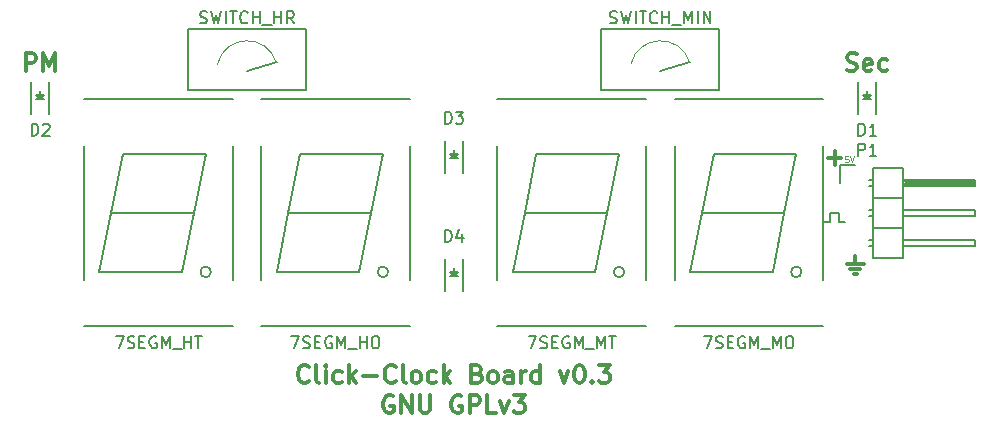
<source format=gto>
G04 #@! TF.FileFunction,Legend,Top*
%FSLAX46Y46*%
G04 Gerber Fmt 4.6, Leading zero omitted, Abs format (unit mm)*
G04 Created by KiCad (PCBNEW 4.0.6) date Mon May  8 21:00:33 2017*
%MOMM*%
%LPD*%
G01*
G04 APERTURE LIST*
%ADD10C,0.100000*%
%ADD11C,0.300000*%
%ADD12C,0.125000*%
%ADD13C,0.200000*%
%ADD14C,0.150000*%
%ADD15C,0.050000*%
%ADD16C,0.203200*%
G04 APERTURE END LIST*
D10*
D11*
X142714287Y-110260714D02*
X142642858Y-110332143D01*
X142428572Y-110403571D01*
X142285715Y-110403571D01*
X142071430Y-110332143D01*
X141928572Y-110189286D01*
X141857144Y-110046429D01*
X141785715Y-109760714D01*
X141785715Y-109546429D01*
X141857144Y-109260714D01*
X141928572Y-109117857D01*
X142071430Y-108975000D01*
X142285715Y-108903571D01*
X142428572Y-108903571D01*
X142642858Y-108975000D01*
X142714287Y-109046429D01*
X143571430Y-110403571D02*
X143428572Y-110332143D01*
X143357144Y-110189286D01*
X143357144Y-108903571D01*
X144142858Y-110403571D02*
X144142858Y-109403571D01*
X144142858Y-108903571D02*
X144071429Y-108975000D01*
X144142858Y-109046429D01*
X144214286Y-108975000D01*
X144142858Y-108903571D01*
X144142858Y-109046429D01*
X145500001Y-110332143D02*
X145357144Y-110403571D01*
X145071430Y-110403571D01*
X144928572Y-110332143D01*
X144857144Y-110260714D01*
X144785715Y-110117857D01*
X144785715Y-109689286D01*
X144857144Y-109546429D01*
X144928572Y-109475000D01*
X145071430Y-109403571D01*
X145357144Y-109403571D01*
X145500001Y-109475000D01*
X146142858Y-110403571D02*
X146142858Y-108903571D01*
X146285715Y-109832143D02*
X146714286Y-110403571D01*
X146714286Y-109403571D02*
X146142858Y-109975000D01*
X147357144Y-109832143D02*
X148500001Y-109832143D01*
X150071430Y-110260714D02*
X150000001Y-110332143D01*
X149785715Y-110403571D01*
X149642858Y-110403571D01*
X149428573Y-110332143D01*
X149285715Y-110189286D01*
X149214287Y-110046429D01*
X149142858Y-109760714D01*
X149142858Y-109546429D01*
X149214287Y-109260714D01*
X149285715Y-109117857D01*
X149428573Y-108975000D01*
X149642858Y-108903571D01*
X149785715Y-108903571D01*
X150000001Y-108975000D01*
X150071430Y-109046429D01*
X150928573Y-110403571D02*
X150785715Y-110332143D01*
X150714287Y-110189286D01*
X150714287Y-108903571D01*
X151714287Y-110403571D02*
X151571429Y-110332143D01*
X151500001Y-110260714D01*
X151428572Y-110117857D01*
X151428572Y-109689286D01*
X151500001Y-109546429D01*
X151571429Y-109475000D01*
X151714287Y-109403571D01*
X151928572Y-109403571D01*
X152071429Y-109475000D01*
X152142858Y-109546429D01*
X152214287Y-109689286D01*
X152214287Y-110117857D01*
X152142858Y-110260714D01*
X152071429Y-110332143D01*
X151928572Y-110403571D01*
X151714287Y-110403571D01*
X153500001Y-110332143D02*
X153357144Y-110403571D01*
X153071430Y-110403571D01*
X152928572Y-110332143D01*
X152857144Y-110260714D01*
X152785715Y-110117857D01*
X152785715Y-109689286D01*
X152857144Y-109546429D01*
X152928572Y-109475000D01*
X153071430Y-109403571D01*
X153357144Y-109403571D01*
X153500001Y-109475000D01*
X154142858Y-110403571D02*
X154142858Y-108903571D01*
X154285715Y-109832143D02*
X154714286Y-110403571D01*
X154714286Y-109403571D02*
X154142858Y-109975000D01*
X157000001Y-109617857D02*
X157214287Y-109689286D01*
X157285715Y-109760714D01*
X157357144Y-109903571D01*
X157357144Y-110117857D01*
X157285715Y-110260714D01*
X157214287Y-110332143D01*
X157071429Y-110403571D01*
X156500001Y-110403571D01*
X156500001Y-108903571D01*
X157000001Y-108903571D01*
X157142858Y-108975000D01*
X157214287Y-109046429D01*
X157285715Y-109189286D01*
X157285715Y-109332143D01*
X157214287Y-109475000D01*
X157142858Y-109546429D01*
X157000001Y-109617857D01*
X156500001Y-109617857D01*
X158214287Y-110403571D02*
X158071429Y-110332143D01*
X158000001Y-110260714D01*
X157928572Y-110117857D01*
X157928572Y-109689286D01*
X158000001Y-109546429D01*
X158071429Y-109475000D01*
X158214287Y-109403571D01*
X158428572Y-109403571D01*
X158571429Y-109475000D01*
X158642858Y-109546429D01*
X158714287Y-109689286D01*
X158714287Y-110117857D01*
X158642858Y-110260714D01*
X158571429Y-110332143D01*
X158428572Y-110403571D01*
X158214287Y-110403571D01*
X160000001Y-110403571D02*
X160000001Y-109617857D01*
X159928572Y-109475000D01*
X159785715Y-109403571D01*
X159500001Y-109403571D01*
X159357144Y-109475000D01*
X160000001Y-110332143D02*
X159857144Y-110403571D01*
X159500001Y-110403571D01*
X159357144Y-110332143D01*
X159285715Y-110189286D01*
X159285715Y-110046429D01*
X159357144Y-109903571D01*
X159500001Y-109832143D01*
X159857144Y-109832143D01*
X160000001Y-109760714D01*
X160714287Y-110403571D02*
X160714287Y-109403571D01*
X160714287Y-109689286D02*
X160785715Y-109546429D01*
X160857144Y-109475000D01*
X161000001Y-109403571D01*
X161142858Y-109403571D01*
X162285715Y-110403571D02*
X162285715Y-108903571D01*
X162285715Y-110332143D02*
X162142858Y-110403571D01*
X161857144Y-110403571D01*
X161714286Y-110332143D01*
X161642858Y-110260714D01*
X161571429Y-110117857D01*
X161571429Y-109689286D01*
X161642858Y-109546429D01*
X161714286Y-109475000D01*
X161857144Y-109403571D01*
X162142858Y-109403571D01*
X162285715Y-109475000D01*
X164000001Y-109403571D02*
X164357144Y-110403571D01*
X164714286Y-109403571D01*
X165571429Y-108903571D02*
X165714286Y-108903571D01*
X165857143Y-108975000D01*
X165928572Y-109046429D01*
X166000001Y-109189286D01*
X166071429Y-109475000D01*
X166071429Y-109832143D01*
X166000001Y-110117857D01*
X165928572Y-110260714D01*
X165857143Y-110332143D01*
X165714286Y-110403571D01*
X165571429Y-110403571D01*
X165428572Y-110332143D01*
X165357143Y-110260714D01*
X165285715Y-110117857D01*
X165214286Y-109832143D01*
X165214286Y-109475000D01*
X165285715Y-109189286D01*
X165357143Y-109046429D01*
X165428572Y-108975000D01*
X165571429Y-108903571D01*
X166714286Y-110260714D02*
X166785714Y-110332143D01*
X166714286Y-110403571D01*
X166642857Y-110332143D01*
X166714286Y-110260714D01*
X166714286Y-110403571D01*
X167285715Y-108903571D02*
X168214286Y-108903571D01*
X167714286Y-109475000D01*
X167928572Y-109475000D01*
X168071429Y-109546429D01*
X168142858Y-109617857D01*
X168214286Y-109760714D01*
X168214286Y-110117857D01*
X168142858Y-110260714D01*
X168071429Y-110332143D01*
X167928572Y-110403571D01*
X167500000Y-110403571D01*
X167357143Y-110332143D01*
X167285715Y-110260714D01*
X149857143Y-111525000D02*
X149714286Y-111453571D01*
X149500000Y-111453571D01*
X149285715Y-111525000D01*
X149142857Y-111667857D01*
X149071429Y-111810714D01*
X149000000Y-112096429D01*
X149000000Y-112310714D01*
X149071429Y-112596429D01*
X149142857Y-112739286D01*
X149285715Y-112882143D01*
X149500000Y-112953571D01*
X149642857Y-112953571D01*
X149857143Y-112882143D01*
X149928572Y-112810714D01*
X149928572Y-112310714D01*
X149642857Y-112310714D01*
X150571429Y-112953571D02*
X150571429Y-111453571D01*
X151428572Y-112953571D01*
X151428572Y-111453571D01*
X152142858Y-111453571D02*
X152142858Y-112667857D01*
X152214286Y-112810714D01*
X152285715Y-112882143D01*
X152428572Y-112953571D01*
X152714286Y-112953571D01*
X152857144Y-112882143D01*
X152928572Y-112810714D01*
X153000001Y-112667857D01*
X153000001Y-111453571D01*
X155642858Y-111525000D02*
X155500001Y-111453571D01*
X155285715Y-111453571D01*
X155071430Y-111525000D01*
X154928572Y-111667857D01*
X154857144Y-111810714D01*
X154785715Y-112096429D01*
X154785715Y-112310714D01*
X154857144Y-112596429D01*
X154928572Y-112739286D01*
X155071430Y-112882143D01*
X155285715Y-112953571D01*
X155428572Y-112953571D01*
X155642858Y-112882143D01*
X155714287Y-112810714D01*
X155714287Y-112310714D01*
X155428572Y-112310714D01*
X156357144Y-112953571D02*
X156357144Y-111453571D01*
X156928572Y-111453571D01*
X157071430Y-111525000D01*
X157142858Y-111596429D01*
X157214287Y-111739286D01*
X157214287Y-111953571D01*
X157142858Y-112096429D01*
X157071430Y-112167857D01*
X156928572Y-112239286D01*
X156357144Y-112239286D01*
X158571430Y-112953571D02*
X157857144Y-112953571D01*
X157857144Y-111453571D01*
X158928573Y-111953571D02*
X159285716Y-112953571D01*
X159642858Y-111953571D01*
X160071430Y-111453571D02*
X161000001Y-111453571D01*
X160500001Y-112025000D01*
X160714287Y-112025000D01*
X160857144Y-112096429D01*
X160928573Y-112167857D01*
X161000001Y-112310714D01*
X161000001Y-112667857D01*
X160928573Y-112810714D01*
X160857144Y-112882143D01*
X160714287Y-112953571D01*
X160285715Y-112953571D01*
X160142858Y-112882143D01*
X160071430Y-112810714D01*
D12*
X188404763Y-91226190D02*
X188166668Y-91226190D01*
X188142858Y-91464286D01*
X188166668Y-91440476D01*
X188214287Y-91416667D01*
X188333334Y-91416667D01*
X188380953Y-91440476D01*
X188404763Y-91464286D01*
X188428572Y-91511905D01*
X188428572Y-91630952D01*
X188404763Y-91678571D01*
X188380953Y-91702381D01*
X188333334Y-91726190D01*
X188214287Y-91726190D01*
X188166668Y-91702381D01*
X188142858Y-91678571D01*
X188571429Y-91226190D02*
X188738096Y-91726190D01*
X188904762Y-91226190D01*
D13*
X187600000Y-96750000D02*
X188100000Y-96750000D01*
X187600000Y-96000000D02*
X187600000Y-96750000D01*
X186850000Y-96000000D02*
X187600000Y-96000000D01*
X186850000Y-96750000D02*
X186850000Y-96000000D01*
X186350000Y-96750000D02*
X186850000Y-96750000D01*
D11*
X188285715Y-100321429D02*
X189714286Y-100321429D01*
X188571429Y-100750000D02*
X189428572Y-100750000D01*
X189000000Y-99678571D02*
X189000000Y-100321429D01*
X189142858Y-101178571D02*
X188857143Y-101178571D01*
X186678572Y-91357143D02*
X187821429Y-91357143D01*
X187250000Y-91928571D02*
X187250000Y-90785714D01*
X188285715Y-83927143D02*
X188500001Y-83998571D01*
X188857144Y-83998571D01*
X189000001Y-83927143D01*
X189071430Y-83855714D01*
X189142858Y-83712857D01*
X189142858Y-83570000D01*
X189071430Y-83427143D01*
X189000001Y-83355714D01*
X188857144Y-83284286D01*
X188571430Y-83212857D01*
X188428572Y-83141429D01*
X188357144Y-83070000D01*
X188285715Y-82927143D01*
X188285715Y-82784286D01*
X188357144Y-82641429D01*
X188428572Y-82570000D01*
X188571430Y-82498571D01*
X188928572Y-82498571D01*
X189142858Y-82570000D01*
X190357143Y-83927143D02*
X190214286Y-83998571D01*
X189928572Y-83998571D01*
X189785715Y-83927143D01*
X189714286Y-83784286D01*
X189714286Y-83212857D01*
X189785715Y-83070000D01*
X189928572Y-82998571D01*
X190214286Y-82998571D01*
X190357143Y-83070000D01*
X190428572Y-83212857D01*
X190428572Y-83355714D01*
X189714286Y-83498571D01*
X191714286Y-83927143D02*
X191571429Y-83998571D01*
X191285715Y-83998571D01*
X191142857Y-83927143D01*
X191071429Y-83855714D01*
X191000000Y-83712857D01*
X191000000Y-83284286D01*
X191071429Y-83141429D01*
X191142857Y-83070000D01*
X191285715Y-82998571D01*
X191571429Y-82998571D01*
X191714286Y-83070000D01*
X118750000Y-83998571D02*
X118750000Y-82498571D01*
X119321428Y-82498571D01*
X119464286Y-82570000D01*
X119535714Y-82641429D01*
X119607143Y-82784286D01*
X119607143Y-82998571D01*
X119535714Y-83141429D01*
X119464286Y-83212857D01*
X119321428Y-83284286D01*
X118750000Y-83284286D01*
X120250000Y-83998571D02*
X120250000Y-82498571D01*
X120750000Y-83570000D01*
X121250000Y-82498571D01*
X121250000Y-83998571D01*
D14*
X190750000Y-87600000D02*
X190750000Y-84900000D01*
X189250000Y-87600000D02*
X189250000Y-84900000D01*
X190150000Y-86100000D02*
X189900000Y-86100000D01*
X189900000Y-86100000D02*
X190050000Y-86250000D01*
X189650000Y-86350000D02*
X190350000Y-86350000D01*
X190000000Y-86000000D02*
X190000000Y-85650000D01*
X190000000Y-86350000D02*
X189650000Y-86000000D01*
X189650000Y-86000000D02*
X190350000Y-86000000D01*
X190350000Y-86000000D02*
X190000000Y-86350000D01*
X120750000Y-87600000D02*
X120750000Y-84900000D01*
X119250000Y-87600000D02*
X119250000Y-84900000D01*
X120150000Y-86100000D02*
X119900000Y-86100000D01*
X119900000Y-86100000D02*
X120050000Y-86250000D01*
X119650000Y-86350000D02*
X120350000Y-86350000D01*
X120000000Y-86000000D02*
X120000000Y-85650000D01*
X120000000Y-86350000D02*
X119650000Y-86000000D01*
X119650000Y-86000000D02*
X120350000Y-86000000D01*
X120350000Y-86000000D02*
X120000000Y-86350000D01*
X155750000Y-92600000D02*
X155750000Y-89900000D01*
X154250000Y-92600000D02*
X154250000Y-89900000D01*
X155150000Y-91100000D02*
X154900000Y-91100000D01*
X154900000Y-91100000D02*
X155050000Y-91250000D01*
X154650000Y-91350000D02*
X155350000Y-91350000D01*
X155000000Y-91000000D02*
X155000000Y-90650000D01*
X155000000Y-91350000D02*
X154650000Y-91000000D01*
X154650000Y-91000000D02*
X155350000Y-91000000D01*
X155350000Y-91000000D02*
X155000000Y-91350000D01*
X155750000Y-102600000D02*
X155750000Y-99900000D01*
X154250000Y-102600000D02*
X154250000Y-99900000D01*
X155150000Y-101100000D02*
X154900000Y-101100000D01*
X154900000Y-101100000D02*
X155050000Y-101250000D01*
X154650000Y-101350000D02*
X155350000Y-101350000D01*
X155000000Y-101000000D02*
X155000000Y-100650000D01*
X155000000Y-101350000D02*
X154650000Y-101000000D01*
X154650000Y-101000000D02*
X155350000Y-101000000D01*
X155350000Y-101000000D02*
X155000000Y-101350000D01*
X187700000Y-91910000D02*
X187700000Y-93460000D01*
X189000000Y-91910000D02*
X187700000Y-91910000D01*
X193191000Y-93333000D02*
X199033000Y-93333000D01*
X199033000Y-93333000D02*
X199033000Y-93587000D01*
X199033000Y-93587000D02*
X193191000Y-93587000D01*
X193191000Y-93587000D02*
X193191000Y-93460000D01*
X193191000Y-93460000D02*
X199033000Y-93460000D01*
X190524000Y-93206000D02*
X190143000Y-93206000D01*
X190524000Y-93714000D02*
X190143000Y-93714000D01*
X190524000Y-95746000D02*
X190143000Y-95746000D01*
X190524000Y-96254000D02*
X190143000Y-96254000D01*
X190524000Y-98286000D02*
X190143000Y-98286000D01*
X190524000Y-98794000D02*
X190143000Y-98794000D01*
X193064000Y-94730000D02*
X193064000Y-92190000D01*
X199160000Y-93714000D02*
X193064000Y-93714000D01*
X199160000Y-93206000D02*
X199160000Y-93714000D01*
X193064000Y-93206000D02*
X199160000Y-93206000D01*
X190524000Y-94730000D02*
X193064000Y-94730000D01*
X190524000Y-92190000D02*
X190524000Y-94730000D01*
X190524000Y-92190000D02*
X193064000Y-92190000D01*
X190524000Y-97270000D02*
X193064000Y-97270000D01*
X190524000Y-97270000D02*
X190524000Y-99810000D01*
X193064000Y-98286000D02*
X199160000Y-98286000D01*
X199160000Y-98286000D02*
X199160000Y-98794000D01*
X199160000Y-98794000D02*
X193064000Y-98794000D01*
X193064000Y-99810000D02*
X193064000Y-97270000D01*
X193064000Y-97270000D02*
X193064000Y-94730000D01*
X199160000Y-96254000D02*
X193064000Y-96254000D01*
X199160000Y-95746000D02*
X199160000Y-96254000D01*
X193064000Y-95746000D02*
X199160000Y-95746000D01*
X190524000Y-97270000D02*
X193064000Y-97270000D01*
X190524000Y-94730000D02*
X190524000Y-97270000D01*
X190524000Y-94730000D02*
X193064000Y-94730000D01*
X190524000Y-99810000D02*
X193064000Y-99810000D01*
X134447214Y-101000000D02*
G75*
G03X134447214Y-101000000I-447214J0D01*
G01*
X127000000Y-91000000D02*
X126000000Y-96000000D01*
X126000000Y-96000000D02*
X125000000Y-101000000D01*
X125000000Y-101000000D02*
X132000000Y-101000000D01*
X132000000Y-101000000D02*
X133000000Y-96000000D01*
X134000000Y-91000000D02*
X133000000Y-96000000D01*
X133000000Y-96000000D02*
X126000000Y-96000000D01*
X127000000Y-91000000D02*
X134000000Y-91000000D01*
X136300000Y-105600000D02*
X123700000Y-105600000D01*
X123700000Y-90300000D02*
X123700000Y-101700000D01*
X136300000Y-90300000D02*
X136300000Y-101700000D01*
X123700000Y-86400000D02*
X136300000Y-86400000D01*
X149447214Y-101000000D02*
G75*
G03X149447214Y-101000000I-447214J0D01*
G01*
X142000000Y-91000000D02*
X141000000Y-96000000D01*
X141000000Y-96000000D02*
X140000000Y-101000000D01*
X140000000Y-101000000D02*
X147000000Y-101000000D01*
X147000000Y-101000000D02*
X148000000Y-96000000D01*
X149000000Y-91000000D02*
X148000000Y-96000000D01*
X148000000Y-96000000D02*
X141000000Y-96000000D01*
X142000000Y-91000000D02*
X149000000Y-91000000D01*
X151300000Y-105600000D02*
X138700000Y-105600000D01*
X138700000Y-90300000D02*
X138700000Y-101700000D01*
X151300000Y-90300000D02*
X151300000Y-101700000D01*
X138700000Y-86400000D02*
X151300000Y-86400000D01*
X169447214Y-101000000D02*
G75*
G03X169447214Y-101000000I-447214J0D01*
G01*
X162000000Y-91000000D02*
X161000000Y-96000000D01*
X161000000Y-96000000D02*
X160000000Y-101000000D01*
X160000000Y-101000000D02*
X167000000Y-101000000D01*
X167000000Y-101000000D02*
X168000000Y-96000000D01*
X169000000Y-91000000D02*
X168000000Y-96000000D01*
X168000000Y-96000000D02*
X161000000Y-96000000D01*
X162000000Y-91000000D02*
X169000000Y-91000000D01*
X171300000Y-105600000D02*
X158700000Y-105600000D01*
X158700000Y-90300000D02*
X158700000Y-101700000D01*
X171300000Y-90300000D02*
X171300000Y-101700000D01*
X158700000Y-86400000D02*
X171300000Y-86400000D01*
X184447214Y-101000000D02*
G75*
G03X184447214Y-101000000I-447214J0D01*
G01*
X177000000Y-91000000D02*
X176000000Y-96000000D01*
X176000000Y-96000000D02*
X175000000Y-101000000D01*
X175000000Y-101000000D02*
X182000000Y-101000000D01*
X182000000Y-101000000D02*
X183000000Y-96000000D01*
X184000000Y-91000000D02*
X183000000Y-96000000D01*
X183000000Y-96000000D02*
X176000000Y-96000000D01*
X177000000Y-91000000D02*
X184000000Y-91000000D01*
X186300000Y-105600000D02*
X173700000Y-105600000D01*
X173700000Y-90300000D02*
X173700000Y-101700000D01*
X186300000Y-90300000D02*
X186300000Y-101700000D01*
X173700000Y-86400000D02*
X186300000Y-86400000D01*
X137500000Y-84000000D02*
X140000000Y-83250000D01*
D15*
X139965063Y-83269615D02*
G75*
G03X135000000Y-83400000I-2465063J-730385D01*
G01*
D14*
X142500000Y-80400000D02*
X132500000Y-80400000D01*
X132500000Y-80400000D02*
X132500000Y-85600000D01*
X142500000Y-85600000D02*
X132500000Y-85600000D01*
X142500000Y-80400000D02*
X142500000Y-85600000D01*
X172500000Y-84000000D02*
X175000000Y-83250000D01*
D15*
X174965063Y-83269615D02*
G75*
G03X170000000Y-83400000I-2465063J-730385D01*
G01*
D14*
X177500000Y-80400000D02*
X167500000Y-80400000D01*
X167500000Y-80400000D02*
X167500000Y-85600000D01*
X177500000Y-85600000D02*
X167500000Y-85600000D01*
X177500000Y-80400000D02*
X177500000Y-85600000D01*
X189261905Y-89452381D02*
X189261905Y-88452381D01*
X189500000Y-88452381D01*
X189642858Y-88500000D01*
X189738096Y-88595238D01*
X189785715Y-88690476D01*
X189833334Y-88880952D01*
X189833334Y-89023810D01*
X189785715Y-89214286D01*
X189738096Y-89309524D01*
X189642858Y-89404762D01*
X189500000Y-89452381D01*
X189261905Y-89452381D01*
X190785715Y-89452381D02*
X190214286Y-89452381D01*
X190500000Y-89452381D02*
X190500000Y-88452381D01*
X190404762Y-88595238D01*
X190309524Y-88690476D01*
X190214286Y-88738095D01*
X119261905Y-89452381D02*
X119261905Y-88452381D01*
X119500000Y-88452381D01*
X119642858Y-88500000D01*
X119738096Y-88595238D01*
X119785715Y-88690476D01*
X119833334Y-88880952D01*
X119833334Y-89023810D01*
X119785715Y-89214286D01*
X119738096Y-89309524D01*
X119642858Y-89404762D01*
X119500000Y-89452381D01*
X119261905Y-89452381D01*
X120214286Y-88547619D02*
X120261905Y-88500000D01*
X120357143Y-88452381D01*
X120595239Y-88452381D01*
X120690477Y-88500000D01*
X120738096Y-88547619D01*
X120785715Y-88642857D01*
X120785715Y-88738095D01*
X120738096Y-88880952D01*
X120166667Y-89452381D01*
X120785715Y-89452381D01*
X154261905Y-88452381D02*
X154261905Y-87452381D01*
X154500000Y-87452381D01*
X154642858Y-87500000D01*
X154738096Y-87595238D01*
X154785715Y-87690476D01*
X154833334Y-87880952D01*
X154833334Y-88023810D01*
X154785715Y-88214286D01*
X154738096Y-88309524D01*
X154642858Y-88404762D01*
X154500000Y-88452381D01*
X154261905Y-88452381D01*
X155166667Y-87452381D02*
X155785715Y-87452381D01*
X155452381Y-87833333D01*
X155595239Y-87833333D01*
X155690477Y-87880952D01*
X155738096Y-87928571D01*
X155785715Y-88023810D01*
X155785715Y-88261905D01*
X155738096Y-88357143D01*
X155690477Y-88404762D01*
X155595239Y-88452381D01*
X155309524Y-88452381D01*
X155214286Y-88404762D01*
X155166667Y-88357143D01*
X154261905Y-98452381D02*
X154261905Y-97452381D01*
X154500000Y-97452381D01*
X154642858Y-97500000D01*
X154738096Y-97595238D01*
X154785715Y-97690476D01*
X154833334Y-97880952D01*
X154833334Y-98023810D01*
X154785715Y-98214286D01*
X154738096Y-98309524D01*
X154642858Y-98404762D01*
X154500000Y-98452381D01*
X154261905Y-98452381D01*
X155690477Y-97785714D02*
X155690477Y-98452381D01*
X155452381Y-97404762D02*
X155214286Y-98119048D01*
X155833334Y-98119048D01*
X189261905Y-91152381D02*
X189261905Y-90152381D01*
X189642858Y-90152381D01*
X189738096Y-90200000D01*
X189785715Y-90247619D01*
X189833334Y-90342857D01*
X189833334Y-90485714D01*
X189785715Y-90580952D01*
X189738096Y-90628571D01*
X189642858Y-90676190D01*
X189261905Y-90676190D01*
X190785715Y-91152381D02*
X190214286Y-91152381D01*
X190500000Y-91152381D02*
X190500000Y-90152381D01*
X190404762Y-90295238D01*
X190309524Y-90390476D01*
X190214286Y-90438095D01*
X126380952Y-106452381D02*
X127047619Y-106452381D01*
X126619047Y-107452381D01*
X127380952Y-107404762D02*
X127523809Y-107452381D01*
X127761905Y-107452381D01*
X127857143Y-107404762D01*
X127904762Y-107357143D01*
X127952381Y-107261905D01*
X127952381Y-107166667D01*
X127904762Y-107071429D01*
X127857143Y-107023810D01*
X127761905Y-106976190D01*
X127571428Y-106928571D01*
X127476190Y-106880952D01*
X127428571Y-106833333D01*
X127380952Y-106738095D01*
X127380952Y-106642857D01*
X127428571Y-106547619D01*
X127476190Y-106500000D01*
X127571428Y-106452381D01*
X127809524Y-106452381D01*
X127952381Y-106500000D01*
X128380952Y-106928571D02*
X128714286Y-106928571D01*
X128857143Y-107452381D02*
X128380952Y-107452381D01*
X128380952Y-106452381D01*
X128857143Y-106452381D01*
X129809524Y-106500000D02*
X129714286Y-106452381D01*
X129571429Y-106452381D01*
X129428571Y-106500000D01*
X129333333Y-106595238D01*
X129285714Y-106690476D01*
X129238095Y-106880952D01*
X129238095Y-107023810D01*
X129285714Y-107214286D01*
X129333333Y-107309524D01*
X129428571Y-107404762D01*
X129571429Y-107452381D01*
X129666667Y-107452381D01*
X129809524Y-107404762D01*
X129857143Y-107357143D01*
X129857143Y-107023810D01*
X129666667Y-107023810D01*
X130285714Y-107452381D02*
X130285714Y-106452381D01*
X130619048Y-107166667D01*
X130952381Y-106452381D01*
X130952381Y-107452381D01*
X131190476Y-107547619D02*
X131952381Y-107547619D01*
X132190476Y-107452381D02*
X132190476Y-106452381D01*
X132190476Y-106928571D02*
X132761905Y-106928571D01*
X132761905Y-107452381D02*
X132761905Y-106452381D01*
X133095238Y-106452381D02*
X133666667Y-106452381D01*
X133380952Y-107452381D02*
X133380952Y-106452381D01*
X141238095Y-106452381D02*
X141904762Y-106452381D01*
X141476190Y-107452381D01*
X142238095Y-107404762D02*
X142380952Y-107452381D01*
X142619048Y-107452381D01*
X142714286Y-107404762D01*
X142761905Y-107357143D01*
X142809524Y-107261905D01*
X142809524Y-107166667D01*
X142761905Y-107071429D01*
X142714286Y-107023810D01*
X142619048Y-106976190D01*
X142428571Y-106928571D01*
X142333333Y-106880952D01*
X142285714Y-106833333D01*
X142238095Y-106738095D01*
X142238095Y-106642857D01*
X142285714Y-106547619D01*
X142333333Y-106500000D01*
X142428571Y-106452381D01*
X142666667Y-106452381D01*
X142809524Y-106500000D01*
X143238095Y-106928571D02*
X143571429Y-106928571D01*
X143714286Y-107452381D02*
X143238095Y-107452381D01*
X143238095Y-106452381D01*
X143714286Y-106452381D01*
X144666667Y-106500000D02*
X144571429Y-106452381D01*
X144428572Y-106452381D01*
X144285714Y-106500000D01*
X144190476Y-106595238D01*
X144142857Y-106690476D01*
X144095238Y-106880952D01*
X144095238Y-107023810D01*
X144142857Y-107214286D01*
X144190476Y-107309524D01*
X144285714Y-107404762D01*
X144428572Y-107452381D01*
X144523810Y-107452381D01*
X144666667Y-107404762D01*
X144714286Y-107357143D01*
X144714286Y-107023810D01*
X144523810Y-107023810D01*
X145142857Y-107452381D02*
X145142857Y-106452381D01*
X145476191Y-107166667D01*
X145809524Y-106452381D01*
X145809524Y-107452381D01*
X146047619Y-107547619D02*
X146809524Y-107547619D01*
X147047619Y-107452381D02*
X147047619Y-106452381D01*
X147047619Y-106928571D02*
X147619048Y-106928571D01*
X147619048Y-107452381D02*
X147619048Y-106452381D01*
X148285714Y-106452381D02*
X148476191Y-106452381D01*
X148571429Y-106500000D01*
X148666667Y-106595238D01*
X148714286Y-106785714D01*
X148714286Y-107119048D01*
X148666667Y-107309524D01*
X148571429Y-107404762D01*
X148476191Y-107452381D01*
X148285714Y-107452381D01*
X148190476Y-107404762D01*
X148095238Y-107309524D01*
X148047619Y-107119048D01*
X148047619Y-106785714D01*
X148095238Y-106595238D01*
X148190476Y-106500000D01*
X148285714Y-106452381D01*
X161333333Y-106452381D02*
X162000000Y-106452381D01*
X161571428Y-107452381D01*
X162333333Y-107404762D02*
X162476190Y-107452381D01*
X162714286Y-107452381D01*
X162809524Y-107404762D01*
X162857143Y-107357143D01*
X162904762Y-107261905D01*
X162904762Y-107166667D01*
X162857143Y-107071429D01*
X162809524Y-107023810D01*
X162714286Y-106976190D01*
X162523809Y-106928571D01*
X162428571Y-106880952D01*
X162380952Y-106833333D01*
X162333333Y-106738095D01*
X162333333Y-106642857D01*
X162380952Y-106547619D01*
X162428571Y-106500000D01*
X162523809Y-106452381D01*
X162761905Y-106452381D01*
X162904762Y-106500000D01*
X163333333Y-106928571D02*
X163666667Y-106928571D01*
X163809524Y-107452381D02*
X163333333Y-107452381D01*
X163333333Y-106452381D01*
X163809524Y-106452381D01*
X164761905Y-106500000D02*
X164666667Y-106452381D01*
X164523810Y-106452381D01*
X164380952Y-106500000D01*
X164285714Y-106595238D01*
X164238095Y-106690476D01*
X164190476Y-106880952D01*
X164190476Y-107023810D01*
X164238095Y-107214286D01*
X164285714Y-107309524D01*
X164380952Y-107404762D01*
X164523810Y-107452381D01*
X164619048Y-107452381D01*
X164761905Y-107404762D01*
X164809524Y-107357143D01*
X164809524Y-107023810D01*
X164619048Y-107023810D01*
X165238095Y-107452381D02*
X165238095Y-106452381D01*
X165571429Y-107166667D01*
X165904762Y-106452381D01*
X165904762Y-107452381D01*
X166142857Y-107547619D02*
X166904762Y-107547619D01*
X167142857Y-107452381D02*
X167142857Y-106452381D01*
X167476191Y-107166667D01*
X167809524Y-106452381D01*
X167809524Y-107452381D01*
X168142857Y-106452381D02*
X168714286Y-106452381D01*
X168428571Y-107452381D02*
X168428571Y-106452381D01*
X176190476Y-106452381D02*
X176857143Y-106452381D01*
X176428571Y-107452381D01*
X177190476Y-107404762D02*
X177333333Y-107452381D01*
X177571429Y-107452381D01*
X177666667Y-107404762D01*
X177714286Y-107357143D01*
X177761905Y-107261905D01*
X177761905Y-107166667D01*
X177714286Y-107071429D01*
X177666667Y-107023810D01*
X177571429Y-106976190D01*
X177380952Y-106928571D01*
X177285714Y-106880952D01*
X177238095Y-106833333D01*
X177190476Y-106738095D01*
X177190476Y-106642857D01*
X177238095Y-106547619D01*
X177285714Y-106500000D01*
X177380952Y-106452381D01*
X177619048Y-106452381D01*
X177761905Y-106500000D01*
X178190476Y-106928571D02*
X178523810Y-106928571D01*
X178666667Y-107452381D02*
X178190476Y-107452381D01*
X178190476Y-106452381D01*
X178666667Y-106452381D01*
X179619048Y-106500000D02*
X179523810Y-106452381D01*
X179380953Y-106452381D01*
X179238095Y-106500000D01*
X179142857Y-106595238D01*
X179095238Y-106690476D01*
X179047619Y-106880952D01*
X179047619Y-107023810D01*
X179095238Y-107214286D01*
X179142857Y-107309524D01*
X179238095Y-107404762D01*
X179380953Y-107452381D01*
X179476191Y-107452381D01*
X179619048Y-107404762D01*
X179666667Y-107357143D01*
X179666667Y-107023810D01*
X179476191Y-107023810D01*
X180095238Y-107452381D02*
X180095238Y-106452381D01*
X180428572Y-107166667D01*
X180761905Y-106452381D01*
X180761905Y-107452381D01*
X181000000Y-107547619D02*
X181761905Y-107547619D01*
X182000000Y-107452381D02*
X182000000Y-106452381D01*
X182333334Y-107166667D01*
X182666667Y-106452381D01*
X182666667Y-107452381D01*
X183333333Y-106452381D02*
X183523810Y-106452381D01*
X183619048Y-106500000D01*
X183714286Y-106595238D01*
X183761905Y-106785714D01*
X183761905Y-107119048D01*
X183714286Y-107309524D01*
X183619048Y-107404762D01*
X183523810Y-107452381D01*
X183333333Y-107452381D01*
X183238095Y-107404762D01*
X183142857Y-107309524D01*
X183095238Y-107119048D01*
X183095238Y-106785714D01*
X183142857Y-106595238D01*
X183238095Y-106500000D01*
X183333333Y-106452381D01*
D16*
X133532762Y-79911238D02*
X133677905Y-79959619D01*
X133919809Y-79959619D01*
X134016571Y-79911238D01*
X134064952Y-79862857D01*
X134113333Y-79766095D01*
X134113333Y-79669333D01*
X134064952Y-79572571D01*
X134016571Y-79524190D01*
X133919809Y-79475810D01*
X133726286Y-79427429D01*
X133629524Y-79379048D01*
X133581143Y-79330667D01*
X133532762Y-79233905D01*
X133532762Y-79137143D01*
X133581143Y-79040381D01*
X133629524Y-78992000D01*
X133726286Y-78943619D01*
X133968190Y-78943619D01*
X134113333Y-78992000D01*
X134452000Y-78943619D02*
X134693905Y-79959619D01*
X134887428Y-79233905D01*
X135080952Y-79959619D01*
X135322857Y-78943619D01*
X135709905Y-79959619D02*
X135709905Y-78943619D01*
X136048572Y-78943619D02*
X136629143Y-78943619D01*
X136338858Y-79959619D02*
X136338858Y-78943619D01*
X137548381Y-79862857D02*
X137500000Y-79911238D01*
X137354857Y-79959619D01*
X137258095Y-79959619D01*
X137112953Y-79911238D01*
X137016191Y-79814476D01*
X136967810Y-79717714D01*
X136919429Y-79524190D01*
X136919429Y-79379048D01*
X136967810Y-79185524D01*
X137016191Y-79088762D01*
X137112953Y-78992000D01*
X137258095Y-78943619D01*
X137354857Y-78943619D01*
X137500000Y-78992000D01*
X137548381Y-79040381D01*
X137983810Y-79959619D02*
X137983810Y-78943619D01*
X137983810Y-79427429D02*
X138564381Y-79427429D01*
X138564381Y-79959619D02*
X138564381Y-78943619D01*
X138806286Y-80056381D02*
X139580381Y-80056381D01*
X139822286Y-79959619D02*
X139822286Y-78943619D01*
X139822286Y-79427429D02*
X140402857Y-79427429D01*
X140402857Y-79959619D02*
X140402857Y-78943619D01*
X141467238Y-79959619D02*
X141128572Y-79475810D01*
X140886667Y-79959619D02*
X140886667Y-78943619D01*
X141273714Y-78943619D01*
X141370476Y-78992000D01*
X141418857Y-79040381D01*
X141467238Y-79137143D01*
X141467238Y-79282286D01*
X141418857Y-79379048D01*
X141370476Y-79427429D01*
X141273714Y-79475810D01*
X140886667Y-79475810D01*
X168218286Y-79911238D02*
X168363429Y-79959619D01*
X168605333Y-79959619D01*
X168702095Y-79911238D01*
X168750476Y-79862857D01*
X168798857Y-79766095D01*
X168798857Y-79669333D01*
X168750476Y-79572571D01*
X168702095Y-79524190D01*
X168605333Y-79475810D01*
X168411810Y-79427429D01*
X168315048Y-79379048D01*
X168266667Y-79330667D01*
X168218286Y-79233905D01*
X168218286Y-79137143D01*
X168266667Y-79040381D01*
X168315048Y-78992000D01*
X168411810Y-78943619D01*
X168653714Y-78943619D01*
X168798857Y-78992000D01*
X169137524Y-78943619D02*
X169379429Y-79959619D01*
X169572952Y-79233905D01*
X169766476Y-79959619D01*
X170008381Y-78943619D01*
X170395429Y-79959619D02*
X170395429Y-78943619D01*
X170734096Y-78943619D02*
X171314667Y-78943619D01*
X171024382Y-79959619D02*
X171024382Y-78943619D01*
X172233905Y-79862857D02*
X172185524Y-79911238D01*
X172040381Y-79959619D01*
X171943619Y-79959619D01*
X171798477Y-79911238D01*
X171701715Y-79814476D01*
X171653334Y-79717714D01*
X171604953Y-79524190D01*
X171604953Y-79379048D01*
X171653334Y-79185524D01*
X171701715Y-79088762D01*
X171798477Y-78992000D01*
X171943619Y-78943619D01*
X172040381Y-78943619D01*
X172185524Y-78992000D01*
X172233905Y-79040381D01*
X172669334Y-79959619D02*
X172669334Y-78943619D01*
X172669334Y-79427429D02*
X173249905Y-79427429D01*
X173249905Y-79959619D02*
X173249905Y-78943619D01*
X173491810Y-80056381D02*
X174265905Y-80056381D01*
X174507810Y-79959619D02*
X174507810Y-78943619D01*
X174846476Y-79669333D01*
X175185143Y-78943619D01*
X175185143Y-79959619D01*
X175668953Y-79959619D02*
X175668953Y-78943619D01*
X176152763Y-79959619D02*
X176152763Y-78943619D01*
X176733334Y-79959619D01*
X176733334Y-78943619D01*
M02*

</source>
